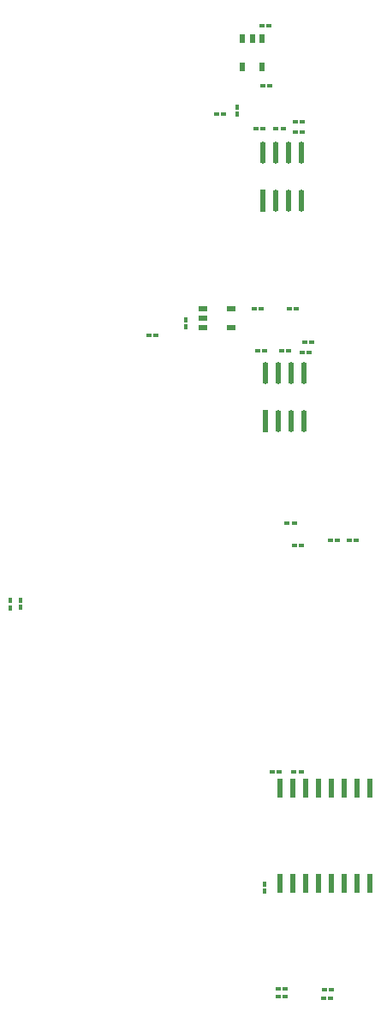
<source format=gtp>
G04*
G04 #@! TF.GenerationSoftware,Altium Limited,Altium Designer,23.4.1 (23)*
G04*
G04 Layer_Color=8421504*
%FSLAX44Y44*%
%MOMM*%
G71*
G04*
G04 #@! TF.SameCoordinates,4F8EF9B8-0785-460B-A287-326F995E0807*
G04*
G04*
G04 #@! TF.FilePolarity,Positive*
G04*
G01*
G75*
G04:AMPARAMS|DCode=15|XSize=2.1741mm|YSize=0.5821mm|CornerRadius=0.2911mm|HoleSize=0mm|Usage=FLASHONLY|Rotation=90.000|XOffset=0mm|YOffset=0mm|HoleType=Round|Shape=RoundedRectangle|*
%AMROUNDEDRECTD15*
21,1,2.1741,0.0000,0,0,90.0*
21,1,1.5919,0.5821,0,0,90.0*
1,1,0.5821,0.0000,0.7960*
1,1,0.5821,0.0000,-0.7960*
1,1,0.5821,0.0000,-0.7960*
1,1,0.5821,0.0000,0.7960*
%
%ADD15ROUNDEDRECTD15*%
%ADD16R,0.5821X2.1741*%
%ADD17R,0.5000X0.3000*%
%ADD18R,0.6000X0.9500*%
%ADD19R,0.9500X0.6000*%
%ADD20R,0.3000X0.5000*%
%ADD21R,0.5300X1.9800*%
D15*
X1372870Y1551940D02*
D03*
X1360170D02*
D03*
Y1504619D02*
D03*
X1372870D02*
D03*
X1385570D02*
D03*
X1347470Y1551940D02*
D03*
X1385570D02*
D03*
X1383030Y1769341D02*
D03*
X1344930D02*
D03*
X1383030Y1722019D02*
D03*
X1370330D02*
D03*
X1357630D02*
D03*
Y1769341D02*
D03*
X1370330D02*
D03*
D16*
X1347470Y1504619D02*
D03*
X1344930Y1722019D02*
D03*
D17*
X1232210Y1588770D02*
D03*
X1239210D02*
D03*
X1383990Y1789430D02*
D03*
Y1799590D02*
D03*
X1364630Y1793240D02*
D03*
X1337930D02*
D03*
X1370330Y1573530D02*
D03*
X1346200D02*
D03*
X1390340Y1572260D02*
D03*
X1392880Y1582420D02*
D03*
X1359830Y935990D02*
D03*
X1359520Y943610D02*
D03*
X1437330Y1386840D02*
D03*
X1368720Y1403350D02*
D03*
X1377640Y1615440D02*
D03*
X1382410Y1158240D02*
D03*
X1350970Y1894840D02*
D03*
X1353820Y1158240D02*
D03*
X1405240Y942810D02*
D03*
X1404930Y934720D02*
D03*
X1366520Y943610D02*
D03*
X1366830Y935990D02*
D03*
X1412240Y942810D02*
D03*
X1411930Y934720D02*
D03*
X1351280Y1835150D02*
D03*
X1344930Y1793240D02*
D03*
X1370640Y1615440D02*
D03*
X1339200Y1573530D02*
D03*
X1343040Y1615440D02*
D03*
X1375410Y1158240D02*
D03*
X1360820D02*
D03*
X1357630Y1793240D02*
D03*
X1363330Y1573530D02*
D03*
X1343970Y1894840D02*
D03*
X1305560Y1807210D02*
D03*
X1376990Y1789430D02*
D03*
Y1799590D02*
D03*
X1383340Y1572260D02*
D03*
X1385880Y1582420D02*
D03*
X1344280Y1835150D02*
D03*
X1336040Y1615440D02*
D03*
X1298560Y1807210D02*
D03*
X1376030Y1381760D02*
D03*
X1375720Y1403350D02*
D03*
X1383030Y1381760D02*
D03*
X1430330Y1386840D02*
D03*
X1418280Y1386840D02*
D03*
X1411280D02*
D03*
D18*
X1334160Y1881700D02*
D03*
X1343660D02*
D03*
X1324660D02*
D03*
X1343660Y1854200D02*
D03*
X1324660D02*
D03*
D19*
X1285680Y1605890D02*
D03*
Y1615390D02*
D03*
Y1596390D02*
D03*
X1313180Y1615390D02*
D03*
Y1596390D02*
D03*
D20*
X1346200Y1047130D02*
D03*
X1095210Y1320150D02*
D03*
X1104900Y1320800D02*
D03*
X1346200Y1040130D02*
D03*
X1319530Y1814210D02*
D03*
X1268730Y1604660D02*
D03*
X1104900Y1327800D02*
D03*
X1095210Y1327150D02*
D03*
X1319530Y1807210D02*
D03*
X1268730Y1597660D02*
D03*
D21*
X1399540Y1141590D02*
D03*
X1374140Y1047890D02*
D03*
Y1141590D02*
D03*
X1361440D02*
D03*
X1386840D02*
D03*
X1399540Y1047890D02*
D03*
X1412240Y1141590D02*
D03*
X1424940D02*
D03*
X1437640D02*
D03*
X1450340D02*
D03*
Y1047890D02*
D03*
X1437640D02*
D03*
X1424940D02*
D03*
X1412240D02*
D03*
X1386840D02*
D03*
X1361440D02*
D03*
M02*

</source>
